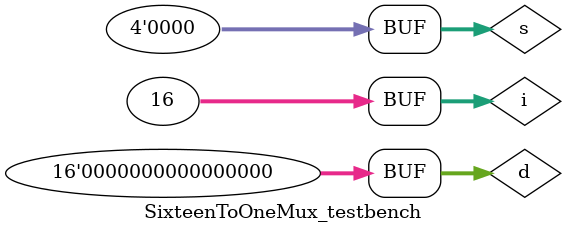
<source format=sv>
module SixteenToOneMux(out, s, d);
	output logic out;
	input logic [15:0] d;
	input logic [3:0] s;
	
	logic [3:0] m;
	
	FourToOneMux f0 (m[0], s[1:0], d[3:0]);
	FourToOneMux f1 (m[1], s[1:0], d[7:4]);
	FourToOneMux f2 (m[2], s[1:0], d[11:8]);
	FourToOneMux f3 (m[3], s[1:0], d[15:12]);
	
	FourToOneMux f4 (out, s[3:2], m);
endmodule

module SixteenToOneMux_testbench;

	logic out;
	logic [15:0] d;
	
	logic [3:0] s;
	
	integer i;
	initial begin
	s=4'b0000;
	d=16'b0000000000000000;
	for (i = 0; i < 16; i++) begin
		d[i] = 1; #400;
		d[i] = 0;
		s++;
	end
	end

	SixteenToOneMux dut (.out, .s, .d);

endmodule
</source>
